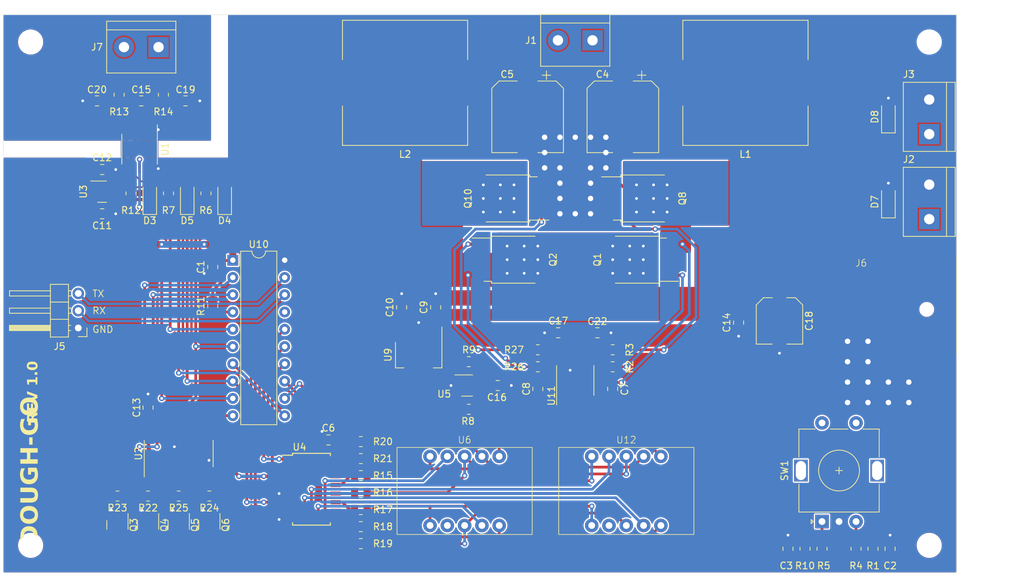
<source format=kicad_pcb>
(kicad_pcb (version 20240108) (generator "pcbnew") (generator_version "8.0")
  (layers (0 "F.Cu" signal) (31 "B.Cu" signal) (34 "B.Paste" user) (35 "F.Paste" user) (36 "B.SilkS" user "B.Silkscreen") (37 "F.SilkS" user "F.Silkscreen") (38 "B.Mask" user) (39 "F.Mask" user) (44 "Edge.Cuts" user))
  (net 0 "")
  (net 1 "Net-(J1-Pin_2)")
  (net 2 "+12V")
  (net 3 "Net-(J1-Pin_1)")
  (net 4 "+5V")
  (net 5 "Net-(Q3-B)")
  (net 6 "Net-(Q3-C)")
  (net 7 "Net-(Q1-G)")
  (net 8 "Net-(Q2-G)")
  (net 9 "Net-(Q4-B)")
  (net 10 "Net-(Q4-C)")
  (net 11 "Net-(Q5-B)")
  (net 12 "Net-(Q5-C)")
  (net 13 "Net-(Q6-B)")
  (net 14 "Net-(Q6-C)")
  (net 15 "Net-(Q8-G)")
  (net 16 "Net-(Q10-G)")
  (net 17 "Net-(R1-Pad2)")
  (net 18 "Net-(R10-Pad1)")
  (net 21 "Net-(J7-Pin_1)")
  (net 22 "Net-(J7-Pin_2)")
  (net 23 "Net-(U4-Qa)")
  (net 24 "Net-(U4-Qb)")
  (net 25 "Net-(U4-Qc)")
  (net 26 "Net-(U4-Qd)")
  (net 27 "Net-(U4-Qe)")
  (net 28 "Net-(U4-Qf)")
  (net 29 "Net-(U4-Qg)")
  (net 30 "+3.3V")
  (net 31 "Net-(Q1-S)")
  (net 32 "Net-(Q10-D)")
  (net 33 "Net-(U10-RA3{slash}~{MCLR}{slash}VPP)")
  (net 35 "Net-(U1-T-)")
  (net 36 "Net-(U1-T+)")
  (net 37 "Net-(D3-A)")
  (net 38 "Net-(D4-A)")
  (net 39 "Net-(D5-A)")
  (net 40 "Net-(U2-QB)")
  (net 41 "Net-(U2-QA)")
  (net 42 "Net-(U2-QD)")
  (net 43 "Net-(U2-QC)")
  (net 49 "/ENC_B")
  (net 50 "/ENC_A")
  (net 51 "/CS_TC")
  (net 52 "/SCK")
  (net 53 "/DRDY")
  (net 54 "/DEC_B")
  (net 55 "/DEC_C")
  (net 56 "/DEC_D")
  (net 57 "/DEC_A")
  (net 58 "/CS_SR")
  (net 59 "/DIR_SEL")
  (net 60 "/PWM")
  (net 61 "GNDA")
  (net 63 "Net-(U11-BPWM)")
  (net 64 "Net-(U11-APWM)")
  (net 65 "Net-(U11-AHB)")
  (net 66 "Net-(U11-BHB)")
  (net 67 "Net-(U11-AHO)")
  (net 68 "Net-(U11-ALO)")
  (net 69 "Net-(U11-BHO)")
  (net 70 "Net-(U11-BLO)")
  (net 73 "Net-(U12-A)")
  (net 74 "Net-(U12-B)")
  (net 75 "Net-(U12-C)")
  (net 76 "Net-(U12-D)")
  (net 77 "Net-(U12-E)")
  (net 78 "Net-(U12-F)")
  (net 79 "Net-(U12-G)")
  (net 80 "/TX")
  (net 81 "/RX")
  (net 82 "/MOSI")
  (net 83 "/MISO")
  (footprint "TerminalBlock:TerminalBlock_bornier-2_P5.08mm" (layer "F.Cu") (at 183 32.54 90)
    (property "Reference" "J3")
    (property "Value" "FAN2")
  )
  (footprint "Capacitor_SMD:C_0805_2012Metric" (layer "F.Cu") (at 77.75 52.075 -90)
    (property "Reference" "C1")
    (property "Value" "100n")
  )
  (footprint "Capacitor_SMD:C_0805_2012Metric" (layer "F.Cu") (at 94.75 77.5 180)
    (property "Reference" "C6")
    (property "Value" "100n")
  )
  (footprint "Rotary_Encoder:RotaryEncoder_Alps_EC11E-Switch_Vertical_H20mm" (layer "F.Cu") (at 167.25 89.5 90)
    (property "Reference" "SW1")
    (property "Value" "Rotary_Encoder")
  )
  (footprint "Inductor_SMD:L_Wuerth_HCI-1890" (layer "F.Cu") (at 156 25 180)
    (property "Reference" "L1")
    (property "Value" "10u")
  )
  (footprint "Inductor_SMD:L_Wuerth_HCI-1890" (layer "F.Cu") (at 106 25 180)
    (property "Reference" "L2")
    (property "Value" "10u")
  )
  (footprint "TerminalBlock:TerminalBlock_bornier-2_P5.08mm" (layer "F.Cu") (at 133.54 18.75 180)
    (property "Reference" "J1")
    (property "Value" "TEC")
  )
  (footprint "TerminalBlock:TerminalBlock_bornier-2_P5.08mm" (layer "F.Cu") (at 183 45.04 90)
    (property "Reference" "J2")
    (property "Value" "FAN1")
  )
  (footprint "Capacitor_SMD:CP_Elec_10x10" (layer "F.Cu") (at 138 30 -90)
    (property "Reference" "C4")
    (property "Value" "470u")
  )
  (footprint "Capacitor_SMD:CP_Elec_10x10" (layer "F.Cu") (at 124 30 -90)
    (property "Reference" "C5")
    (property "Value" "470u")
  )
  (footprint "Capacitor_SMD:C_0805_2012Metric" (layer "F.Cu") (at 110.5 58 90)
    (property "Reference" "C9")
    (property "Value" "330n")
  )
  (footprint "Capacitor_SMD:C_0805_2012Metric" (layer "F.Cu") (at 105.5 58 90)
    (property "Reference" "C10")
    (property "Value" "100n")
  )
  (footprint "Resistor_SMD:R_0805_2012Metric" (layer "F.Cu") (at 77.75 57.825 90)
    (property "Reference" "R11")
    (property "Value" "10k")
  )
  (footprint "TerminalBlock:TerminalBlock_bornier-2_P5.08mm" (layer "F.Cu") (at 69.79 19.75 180)
    (property "Reference" "J7")
    (property "Value" "TC")
  )
  (footprint "Resistor_SMD:R_0805_2012Metric" (layer "F.Cu") (at 99.5 82.75)
    (property "Reference" "R15")
    (property "Value" "R_US")
  )
  (footprint "Resistor_SMD:R_0805_2012Metric" (layer "F.Cu") (at 99.5 85.25)
    (property "Reference" "R16")
    (property "Value" "R_US")
  )
  (footprint "Resistor_SMD:R_0805_2012Metric" (layer "F.Cu") (at 99.5 87.75)
    (property "Reference" "R17")
    (property "Value" "R_US")
  )
  (footprint "Resistor_SMD:R_0805_2012Metric" (layer "F.Cu") (at 99.5 90.25)
    (property "Reference" "R18")
    (property "Value" "R_US")
  )
  (footprint "Resistor_SMD:R_0805_2012Metric" (layer "F.Cu") (at 99.5 92.75)
    (property "Reference" "R19")
    (property "Value" "R_US")
  )
  (footprint "Resistor_SMD:R_0805_2012Metric" (layer "F.Cu") (at 99.5 77.75)
    (property "Reference" "R20")
    (property "Value" "R_US")
  )
  (footprint "Resistor_SMD:R_0805_2012Metric" (layer "F.Cu") (at 99.5 80.25)
    (property "Reference" "R21")
    (property "Value" "R_US")
  )
  (footprint "Resistor_SMD:R_0805_2012Metric" (layer "F.Cu") (at 68.25 85.75)
    (property "Reference" "R22")
    (property "Value" "10k")
  )
  (footprint "Resistor_SMD:R_0805_2012Metric" (layer "F.Cu") (at 63.75 85.75)
    (property "Reference" "R23")
    (property "Value" "10k")
  )
  (footprint "Resistor_SMD:R_0805_2012Metric" (layer "F.Cu") (at 77.25 85.75)
    (property "Reference" "R24")
    (property "Value" "10k")
  )
  (footprint "Resistor_SMD:R_0805_2012Metric" (layer "F.Cu") (at 72.75 85.75)
    (property "Reference" "R25")
    (property "Value" "10k")
  )
  (footprint "Diode_SMD:D_SOD-123" (layer "F.Cu") (at 177 42.5 90)
    (property "Reference" "D7")
    (property "Value" "D")
  )
  (footprint "Diode_SMD:D_SOD-123" (layer "F.Cu") (at 177 30 90)
    (property "Reference" "D8")
    (property "Value" "D")
  )
  (footprint "Capacitor_SMD:C_0805_2012Metric" (layer "F.Cu") (at 177.25 93.5 -90)
    (property "Reference" "C2")
    (property "Value" "10n")
  )
  (footprint "Capacitor_SMD:C_0805_2012Metric" (layer "F.Cu") (at 162.25 93.5 -90)
    (property "Reference" "C3")
    (property "Value" "10n")
  )
  (footprint "Resistor_SMD:R_0805_2012Metric" (layer "F.Cu") (at 174.75 93.5 90)
    (property "Reference" "R1")
    (property "Value" "10k")
  )
  (footprint "Resistor_SMD:R_0805_2012Metric" (layer "F.Cu") (at 172.25 93.5 -90)
    (property "Reference" "R4")
    (property "Value" "10k")
  )
  (footprint "Resistor_SMD:R_0805_2012Metric" (layer "F.Cu") (at 167.25 93.5 -90)
    (property "Reference" "R5")
    (property "Value" "10k")
  )
  (footprint "Resistor_SMD:R_0805_2012Metric" (layer "F.Cu") (at 164.75 93.5 -90)
    (property "Reference" "R10")
    (property "Value" "10k")
  )
  (footprint "Resistor_SMD:R_0805_2012Metric" (layer "F.Cu") (at 70.5 26.75 -90)
    (property "Reference" "R14")
    (property "Value" "100R")
  )
  (footprint "Capacitor_SMD:C_0805_2012Metric" (layer "F.Cu") (at 119.6125 69.5)
    (property "Reference" "C16")
    (property "Value" "100n")
  )
  (footprint "1_CUSTOM:LTD-4708JR" (layer "F.Cu") (at 138.5 85)
    (property "Reference" "U12")
    (property "Value" "LTD-4708JR")
  )
  (footprint "Package_DIP:DIP-20_W7.62mm" (layer "F.Cu") (at 80.7 51.075)
    (property "Reference" "U10")
    (property "Value" "PIC16F18344-P")
  )
  (footprint "Capacitor_SMD:C_0805_2012Metric" (layer "F.Cu") (at 134.25 61.75)
    (property "Reference" "C22")
    (property "Value" "1u")
  )
  (footprint "Capacitor_SMD:C_0805_2012Metric" (layer "F.Cu") (at 68.25 72.75 90)
    (property "Reference" "C13")
    (property "Value" "100n")
  )
  (footprint "Package_TO_SOT_SMD:SOT-23" (layer "F.Cu") (at 61.5 41)
    (property "Reference" "U3")
    (property "Value" "TLV76033")
  )
  (footprint "Package_TO_SOT_SMD:SOT-23" (layer "F.Cu") (at 77.25 90 -90)
    (property "Reference" "Q6")
    (property "Value" "BC846")
  )
  (footprint "Capacitor_SMD:C_0805_2012Metric" (layer "F.Cu") (at 60.75 27.65)
    (property "Reference" "C20")
    (property "Value" "10n")
  )
  (footprint "Package_SO:TSSOP-14_4.4x5mm_P0.65mm" (layer "F.Cu") (at 67 34.75 -90)
    (property "Reference" "U1")
    (property "Value" "MAX31856")
  )
  (footprint "MountingHole:MountingHole_3.2mm_M3" (layer "F.Cu") (at 51 93)
    (property "Reference" "H3" (hide yes))
    (property "Value" "MountingHole" (hide yes))
  )
  (footprint "Package_TO_SOT_SMD:TO-252-2" (layer "F.Cu") (at 141 42)
    (property "Reference" "Q8")
    (property "Value" "Q_NMOS_GDS")
  )
  (footprint "Resistor_SMD:R_0805_2012Metric" (layer "F.Cu") (at 125.5 66.75)
    (property "Reference" "R26")
    (property "Value" "10R")
  )
  (footprint "Package_TO_SOT_SMD:SOT-23" (layer "F.Cu") (at 68.25 90 -90)
    (property "Reference" "Q4")
    (property "Value" "BC846")
  )
  (footprint "Connector_PinHeader_2.54mm:PinHeader_1x03_P2.54mm_Horizontal" (layer "F.Cu") (at 58 61.04 180)
    (property "Reference" "J5")
    (property "Value" "UART")
  )
  (footprint "Package_TO_SOT_SMD:SOT-23-6" (layer "F.Cu") (at 115.1125 69.5)
    (property "Reference" "U5")
    (property "Value" "74LVC1G18")
  )
  (footprint "Diode_SMD:D_SOD-123" (layer "F.Cu") (at 79.5 42 90)
    (property "Reference" "D4")
    (property "Value" "D")
  )
  (footprint "Resistor_SMD:R_0805_2012Metric" (layer "F.Cu") (at 115.3625 73 180)
    (property "Reference" "R8")
    (property "Value" "10k")
  )
  (footprint "Resistor_SMD:R_0805_2012Metric" (layer "F.Cu") (at 64 26.75 -90)
    (property "Reference" "R13")
    (property "Value" "100R")
  )
  (footprint "Package_TO_SOT_SMD:TO-252-2" (layer "F.Cu") (at 121 42 180)
    (property "Reference" "Q10")
    (property "Value" "Q_NMOS_GDS")
  )
  (footprint "Package_TO_SOT_SMD:SOT-23" (layer "F.Cu") (at 72.75 90 -90)
    (property "Reference" "Q5")
    (property "Value" "BC846")
  )
  (footprint "Package_TO_SOT_SMD:TO-252-2" (layer "F.Cu") (at 140 51 180)
    (property "Reference" "Q1")
    (property "Value" "Q_NMOS_GDS")
  )
  (footprint "Capacitor_SMD:C_0805_2012Metric" (layer "F.Cu") (at 128.5 61.75 180)
    (property "Reference" "C17")
    (property "Value" "1u")
  )
  (footprint "Capacitor_SMD:C_Elec_6.3x5.4" (layer "F.Cu") (at 161 60 -90)
    (property "Reference" "C18")
    (property "Value" "100u")
  )
  (footprint "Resistor_SMD:R_0805_2012Metric" (layer "F.Cu") (at 65.75 41.25 90)
    (property "Reference" "R12")
    (property "Value" "10k")
  )
  (footprint "Diode_SMD:D_SOD-123" (layer "F.Cu") (at 74 42 90)
    (property "Reference" "D5")
    (property "Value" "D")
  )
  (footprint "1_CUSTOM:LTD-4708JR" (layer "F.Cu") (at 114.75 85)
    (property "Reference" "U6")
    (property "Value" "LTD-4708JR")
  )
  (footprint "Capacitor_SMD:C_0805_2012Metric" (layer "F.Cu") (at 125.5 70 90)
    (property "Reference" "C8")
    (property "Value" "1u")
  )
  (footprint "Resistor_SMD:R_0805_2012Metric" (layer "F.Cu") (at 115.3625 66)
    (property "Reference" "R9")
    (property "Value" "10k")
  )
  (footprint "Resistor_SMD:R_0805_2012Metric" (layer "F.Cu") (at 71.25 41.25 90)
    (property "Reference" "R7")
    (property "Value" "10k")
  )
  (footprint "Resistor_SMD:R_0805_2012Metric" (layer "F.Cu") (at 136.5 66.75)
    (property "Reference" "R2")
    (property "Value" "10R")
  )
  (footprint "Package_TO_SOT_SMD:SOT-223" (layer "F.Cu") (at 108 65 -90)
    (property "Reference" "U9")
    (property "Value" "uA7805")
  )
  (footprint "MountingHole:MountingHole_3.2mm_M3" (layer "F.Cu") (at 183 93)
    (property "Reference" "H4" (hide yes))
    (property "Value" "MountingHole" (hide yes))
  )
  (footprint "Package_TO_SOT_SMD:TO-252-2" (layer "F.Cu") (at 122 51)
    (property "Reference" "Q2")
    (property "Value" "Q_NMOS_GDS")
  )
  (footprint "Resistor_SMD:R_0805_2012Metric" (layer "F.Cu") (at 76.75 41.25 90)
    (property "Reference" "R6")
    (property "Value" "10k")
  )
  (footprint "Capacitor_SMD:C_0805_2012Metric" (layer "F.Cu") (at 61.5 37.75)
    (property "Reference" "C12")
    (property "Value" "100n")
  )
  (footprint "Capacitor_SMD:C_0805_2012Metric" (layer "F.Cu") (at 61.5 44.25)
    (property "Reference" "C11")
    (property "Value" "100n")
  )
  (footprint "Resistor_SMD:R_0805_2012Metric" (layer "F.Cu") (at 125.5 64.25)
    (property "Reference" "R27")
    (property "Value" "2R")
  )
  (footprint "Capacitor_SMD:C_0805_2012Metric" (layer "F.Cu") (at 136.5 70 -90)
    (property "Reference" "C7")
    (property "Value" "1u")
  )
  (footprint "Capacitor_SMD:C_0805_2012Metric" (layer "F.Cu") (at 155 60.25 -90)
    (property "Reference" "C14")
    (property "Value" "4.7u")
  )
  (footprint "Resistor_SMD:R_0805_2012Metric" (layer "F.Cu") (at 136.5 64.25)
    (property "Reference" "R3")
    (property "Value" "2R")
  )
  (footprint "Capacitor_SMD:C_0805_2012Metric" (layer "F.Cu") (at 73.75 27.65 180)
    (property "Reference" "C19")
    (property "Value" "10n")
  )
  (footprint "Capacitor_SMD:C_0805_2012Metric" (layer "F.Cu") (at 67.25 27.65 180)
    (property "Reference" "C15")
    (property "Value" "100n")
  )
  (footprint "MountingHole:MountingHole_3.2mm_M3" (layer "F.Cu") (at 51 19)
    (property "Reference" "H1" (hide yes))
    (property "Value" "MountingHole" (hide yes))
  )
  (footprint "1_CUSTOM:RASM10PS" (layer "F.Cu") (at 169.727 57.5461 180)
    (property "Reference" "J6")
    (property "Value" "Barrel_Jack_Switch")
  )
  (footprint "Package_SO:SOIC-16W_5.3x10.2mm_P1.27mm" (layer "F.Cu") (at 92.25 84.75)
    (property "Reference" "U4")
    (property "Value" "4511")
  )
  (footprint "Package_SO:TSSOP-16_4.4x5mm_P0.65mm" (layer "F.Cu") (at 131 68.75 90)
    (property "Reference" "U11")
    (property "Value" "MIC4606-2")
  )
  (footprint "Package_SO:SOIC-16_3.9x9.9mm_P1.27mm" (layer "F.Cu") (at 72.75 79.5 90)
    (property "Reference" "U2")
    (property "Value" "74AHC595")
  )
  (footprint "Diode_SMD:D_SOD-123" (layer "F.Cu") (at 68.5 42 90)
    (property "Reference" "D3")
    (property "Value" "D")
  )
  (footprint "Package_TO_SOT_SMD:SOT-23" (layer "F.Cu") (at 63.75 90 -90)
    (property "Reference" "Q3")
    (property "Value" "BC846")
  )
  (footprint "MountingHole:MountingHole_3.2mm_M3" (layer "F.Cu") (at 183 19)
    (property "Reference" "H2" (hide yes))
    (property "Value" "MountingHole" (hide yes))
  )
  (gr_line (start 47 97) (end 47 15) (stroke (width 0.05)) (layer "Edge.Cuts"))
  (gr_line (start 187 97) (end 47 97) (stroke (width 0.05)) (layer "Edge.Cuts"))
  (gr_line (start 187 15) (end 187 97) (stroke (width 0.05)) (layer "Edge.Cuts"))
  (gr_line (start 47 15) (end 187 15) (stroke (width 0.05)) (layer "Edge.Cuts"))
  (gr_text "DOUGH-GO" (at 51 82 90) (layer "F.SilkS") (effects (font (size 2.5 2.5) (thickness 0.5) (bold yes))))
  (gr_text "GND" (at 60 61.25 0) (layer "F.SilkS") (effects (font (size 1 1) (thickness 0.125)) (justify left)))
  (gr_text "RX" (at 60 58.5 0) (layer "F.SilkS") (effects (font (size 1 1) (thickness 0.125)) (justify left)))
  (gr_text "TX" (at 60 56 0) (layer "F.SilkS") (effects (font (size 1 1) (thickness 0.125)) (justify left)))
  (gr_text "REV 1.0" (at 52.25 75 90) (layer "F.SilkS") (effects (font (size 1.5 1.5) (thickness 0.3) (bold yes)) (justify left bottom)))
  (segment (start 131.325 65.8875) (end 131.325 67.925) (width 0.5) (layer "F.Cu") (net 2))
  (segment (start 129.375 69.875) (end 129.375 71.6125) (width 0.5) (layer "F.Cu") (net 2))
  (segment (start 131.325 67.925) (end 129.375 69.875) (width 0.5) (layer "F.Cu") (net 2))
  (via (at 139 53) (size 0.8) (drill 0.4) (layers "F.Cu" "B.Cu") (net 2))
  (via (at 125.5 53) (size 0.8) (drill 0.4) (layers "F.Cu" "B.Cu") (net 2))
  (via (at 136.5 53) (size 0.8) (drill 0.4) (layers "F.Cu" "B.Cu") (net 2))
  (via (at 141 49) (size 0.8) (drill 0.4) (layers "F.Cu" "B.Cu") (net 2))
  (via (at 125.5 49) (size 0.8) (drill 0.4) (layers "F.Cu" "B.Cu") (net 2))
  (via (at 139 51) (size 0.8) (drill 0.4) (layers "F.Cu" "B.Cu") (net 2))
  (via (at 136.5 49) (size 0.8) (drill 0.4) (layers "F.Cu" "B.Cu") (net 2))
  (via (at 141 51) (size 0.8) (drill 0.4) (layers "F.Cu" "B.Cu") (net 2))
  (via (at 136.5 51) (size 0.8) (drill 0.4) (layers "F.Cu" "B.Cu") (net 2))
  (via (at 121 53) (size 0.8) (drill 0.4) (layers "F.Cu" "B.Cu") (net 2))
  (via (at 141 53) (size 0.8) (drill 0.4) (layers "F.Cu" "B.Cu") (net 2))
  (via (at 121 49) (size 0.8) (drill 0.4) (layers "F.Cu" "B.Cu") (net 2))
  (via (at 123.5 51) (size 0.8) (drill 0.4) (layers "F.Cu" "B.Cu") (net 2))
  (via (at 121 51) (size 0.8) (drill 0.4) (layers "F.Cu" "B.Cu") (net 2))
  (via (at 139 49) (size 0.8) (drill 0.4) (layers "F.Cu" "B.Cu") (net 2))
  (via (at 123.5 53) (size 0.8) (drill 0.4) (layers "F.Cu" "B.Cu") (net 2))
  (via (at 125.5 51) (size 0.8) (drill 0.4) (layers "F.Cu" "B.Cu") (net 2))
  (via (at 123.5 49) (size 0.8) (drill 0.4) (layers "F.Cu" "B.Cu") (net 2))
  (segment (start 80.7 48.8) (end 80.7 51.075) (width 1) (layer "F.Cu") (net 4))
  (segment (start 60.55 46.45) (end 60.55 44.25) (width 1) (layer "F.Cu") (net 4))
  (segment (start 115.0375 67.675) (end 115.0375 69.5) (width 0.4) (layer "F.Cu") (net 4))
  (segment (start 114.45 66) (end 114.45 67.0875) (width 0.4) (layer "F.Cu") (net 4))
  (segment (start 68.305 77.025) (end 68.305 78.805) (width 0.5) (layer "F.Cu") (net 4))
  (segment (start 88.7 82.845) (end 85.25 82.845) (width 0.5) (layer "F.Cu") (net 4))
  (segment (start 60.55 44.25) (end 60.55 41.9625) (width 0.5) (layer "F.Cu") (net 4))
  (segment (start 114.4 65.95) (end 114.45 66) (width 1) (layer "F.Cu") (net 4))
  (segment (start 114.45 73) (end 99.25 73) (width 1) (layer "F.Cu") (net 4))
  (segment (start 75.925 79.5) (end 75.925 77.025) (width 0.5) (layer "F.Cu") (net 4))
  (segment (start 70.25 48.75) (end 62.85 48.75) (width 1) (layer "F.Cu") (net 4))
  (segment (start 141.5 74.5) (end 115 74.5) (width 0.4) (layer "F.Cu") (net 4))
  (segment (start 77.75 51.125) (end 79.25 51.125) (width 0.4) (layer "F.Cu") (net 4))
  (segment (start 90.155 82.845) (end 92.695 80.305) (width 0.5) (layer "F.Cu") (net 4))
  (segment (start 77.75 56.9125) (end 77.75 55.575) (width 0.4) (layer "F.Cu") (net 4))
  (segment (start 105.7 61.85) (end 94.85 61.85) (width 1) (layer "F.Cu") (net 4))
  (segment (start 167 93.5) (end 160.5 93.5) (width 0.4) (layer "F.Cu") (net 4))
  (segment (start 114.45 67.0875) (end 115.0375 67.675) (width 0.4) (layer "F.Cu") (net 4))
  (segment (start 114.45 71.9125) (end 114.45 73) (width 0.4) (layer "F.Cu") (net 4))
  (segment (start 116.25 69.5) (end 118.6625 69.5) (width 0.4) (layer "F.Cu") (net 4))
  (segment (start 167.25 94.4125) (end 167.25 93.75) (width 0.4) (layer "F.Cu") (net 4))
  (segment (start 167.25 94.4125) (end 172.25 94.4125) (width 0.4) (layer "F.Cu") (net 4))
  (segment (start 108 66) (end 112 66) (width 1) (layer "F.Cu") (net 4))
  (segment (start 94.85 61.85) (end 91.25 58.25) (width 1) (layer "F.Cu") (net 4))
  (segment (start 68.305 78.805) (end 69 79.5) (width 0.5) (layer "F.Cu") (net 4))
  (segment (start 88.7 84.115) (end 88.7 82.845) (width 0.4) (layer "F.Cu") (net 4))
  (segment (start 115.0375 71.325) (end 114.45 71.9125) (width 0.4) (layer "F.Cu") (net 4))
  (segment (start 95.8 76.45) (end 95.8 80.305) (width 1) (layer "F.Cu") (net 4))
  (segment (start 77.75 55.575) (end 79.25 54.075) (width 0.4) (layer "F.Cu") (net 4))
  (segment (start 167.25 93.75) (end 167 93.5) (width 0.4) (layer "F.Cu") (net 4))
  (segment (start 116.25 69.5) (end 115.0375 69.5) (width 0.4) (layer "F.Cu") (net 4))
  (segment (start 88.7 82.845) (end 90.155 82.845) (width 0.5) (layer "F.Cu") (net 4))
  (segment (start 115 74.5) (end 114.45 73.95) (width 0.4) (layer "F.Cu") (net 4))
  (segment (start 114.45 73.95) (end 114.45 73) (width 0.4) (layer "F.Cu") (net 4))
  (segment (start 105.7 61.85) (end 105.7 63.7) (width 1) (layer "F.Cu") (net 4))
  (segment (start 81.595 82.845) (end 78.25 79.5) (width 0.5) (layer "F.Cu") (net 4))
  (segment (start 91.25 51.25) (end 88.75 48.75) (width 1) (layer "F.Cu") (net 4))
  (segment (start 68.305 77.025) (end 68.305 73.755) (width 0.5) (layer "F.Cu") (net 4))
  (segment (start 115.0375 69.5) (end 115.0375 71.325) (width 0.4) (layer "F.Cu") (net 4))
  (segment (start 105.7 63.7) (end 108 66) (width 1) (layer "F.Cu") (net 4))
  (segment (start 76.5 48.75) (end 82.5 48.75) (width 1) (layer "F.Cu") (net 4))
  (segment (start 91.25 58.25) (end 91.25 51.25) (width 1) (layer "F.Cu") (net 4))
  (segment (start 79.25 54.075) (end 79.25 51.125) (width 0.4) (layer "F.Cu") (net 4))
  (segment (start 79.25 51.125) (end 80.65 51.125) (width 0.4) (layer "F.Cu") (net 4))
  (segment (start 80.75 48.75) (end 80.7 48.8) (width 1) (layer "F.Cu") (net 4))
  (segment (start 69 79.5) (end 78.25 79.5) (width 0.5) (layer "F.Cu") (net 4))
  (segment (start 112 66) (end 114.45 66) (width 1) (layer "F.Cu") (net 4))
  (segment (start 99.25 73) (end 95.8 76.45) (width 1) (layer "F.Cu") (net 4))
  (segment (start 92.695 80.305) (end 95.8 80.305) (width 0.5) (layer "F.Cu") (net 4))
  (segment (start 62.85 48.75) (end 60.55 46.45) (width 1) (layer "F.Cu") (net 4))
  (segment (start 160.5 93.5) (end 141.5 74.5) (width 0.4) (layer "F.Cu") (net 4))
  (segment (start 88.75 48.75) (end 82.5 48.75) (width 1) (layer "F.Cu") (net 4))
  (via (at 70.25 48.75) (size 0.8) (drill 0.4) (layers "F.Cu" "B.Cu") (net 4))
  (via (at 85.25 82.845) (size 0.8) (drill 0.4) (layers "F.Cu" "B.Cu") (net 4))
  (via (at 76.5 48.75) (size 0.8) (drill 0.4) (layers "F.Cu" "B.Cu") (net 4))
  (via (at 81.595 82.845) (size 0.8) (drill 0.4) (layers "F.Cu" "B.Cu") (net 4))
  (segment (start 85.25 82.845) (end 81.595 82.845) (width 0.5) (layer "B.Cu") (net 4))
  (segment (start 70.25 48.75) (end 76.5 48.75) (width 1) (layer "B.Cu") (net 4))
  (segment (start 64.7 89.0625) (end 64.7 85.7875) (width 0.25) (layer "F.Cu") (net 5))
  (segment (start 64.5 91) (end 63.75 91) (width 0.4) (layer "F.Cu") (net 6))
  (segment (start 90 93.75) (end 67.25 93.75) (width 0.4) (layer "F.Cu") (net 6))
  (segment (start 67.25 93.75) (end 64.5 91) (width 0.4) (layer "F.Cu") (net 6))
  (segment (start 94.25 89.5) (end 90 93.75) (width 0.4) (layer "F.Cu") (net 6))
  (segment (start 94.25 83.5) (end 94.25 89.5) (width 0.4) (layer "F.Cu") (net 6))
  (via (at 94.25 83.5) (size 0.8) (drill 0.4) (layers "F.Cu" "B.Cu") (net 6))
  (segment (start 112.25 79.88) (end 112.21 79.92) (width 0.4) (layer "B.Cu") (net 6))
  (segment (start 108.63 83.5) (end 112.21 79.92) (width 0.4) (layer "B.Cu") (net 6))
  (segment (start 94.25 83.5) (end 108.63 83.5) (width 0.4) (layer "B.Cu") (net 6))
  (segment (start 137.4125 66.75) (end 138.5 66.75) (width 0.4) (layer "F.Cu") (net 7))
  (segment (start 145.04 53.28) (end 146.75 53.28) (width 0.5) (layer "F.Cu") (net 7))
  (via (at 146.75 53.28) (size 0.8) (drill 0.4) (layers "F.Cu" "B.Cu") (net 7))
  (via (at 138.5 66.75) (size 0.8) (drill 0.4) (layers "F.Cu" "B.Cu") (net 7))
  (segment (start 138.5 66.75) (end 146.75 58.5) (width 0.4) (layer "B.Cu") (net 7))
  (segment (start 146.75 58.5) (end 146.75 53.28) (width 0.4) (layer "B.Cu") (net 7))
  (segment (start 124.5875 66.75) (end 123.5 66.75) (width 0.4) (layer "F.Cu") (net 8))
  (segment (start 116.96 48.72) (end 115.25 48.72) (width 0.5) (layer "F.Cu") (net 8))
  (via (at 123.5 66.75) (size 0.8) (drill 0.4) (layers "F.Cu" "B.Cu") (net 8))
  (via (at 115.25 48.72) (size 0.8) (drill 0.4) (layers "F.Cu" "B.Cu") (net 8))
  (segment (start 120.5 66.75) (end 114.25 60.5) (width 0.4) (layer "B.Cu") (net 8))
  (segment (start 114.25 49.72) (end 115.25 48.72) (width 0.4) (layer "B.Cu") (net 8))
  (segment (start 114.25 60.5) (end 114.25 49.72) (width 0.4) (layer "B.Cu") (net 8))
  (segment (start 123.5 66.75) (end 120.5 66.75) (width 0.4) (layer "B.Cu") (net 8))
  (segment (start 69.2 89.0625) (end 69.2 85.7875) (width 0.25) (layer "F.Cu") (net 9))
  (segment (start 93.25 89.25) (end 89.5 93) (width 0.4) (layer "F.Cu") (net 10))
  (segment (start 71 93) (end 69 91) (width 0.4) (layer "F.Cu") (net 10))
  (segment (start 89.5 93) (end 71 93) (width 0.4) (layer "F.Cu") (net 10))
  (segment (start 93.25 87.25) (end 93.25 89.25) (width 0.4) (layer "F.Cu") (net 10))
  (segment (start 69 91) (end 68.25 91) (width 0.4) (layer "F.Cu") (net 10))
  (via (at 93.25 87.25) (size 0.8) (drill 0.4) (layers "F.Cu" "B.Cu") (net 10))
  (segment (start 114.46 87.25) (end 117.29 90.08) (width 0.4) (layer "B.Cu") (net 10))
  (segment (start 93.25 87.25) (end 114.46 87.25) (width 0.4) (layer "B.Cu") (net 10))
  (segment (start 73.7 89.0625) (end 73.7 85.7875) (width 0.25) (layer "F.Cu") (net 11))
  (segment (start 74.75 92.25) (end 89 92.25) (width 0.4) (layer "F.Cu") (net 12))
  (segment (start 89 92.25) (end 92.25 89) (width 0.4) (layer "F.Cu") (net 12))
  (segment (start 73.5 91) (end 74.75 92.25) (width 0.4) (layer "F.Cu") (net 12))
  (segment (start 92.25 89) (end 92.25 84.75) (width 0.4) (layer "F.Cu") (net 12))
  (segment (start 72.75 91) (end 73.5 91) (width 0.4) (layer "F.Cu") (net 12))
  (via (at 92.25 84.75) (size 0.8) (drill 0.4) (layers "F.Cu" "B.Cu") (net 12))
  (segment (start 133.5 84.75) (end 135.96 82.29) (width 0.4) (layer "B.Cu") (net 12))
  (segment (start 92.25 84.75) (end 133.5 84.75) (width 0.4) (layer "B.Cu") (net 12))
  (segment (start 135.96 82.29) (end 135.96 79.92) (width 0.4) (layer "B.Cu") (net 12))
  (segment (start 78.2 89.0625) (end 78.2 85.7875) (width 0.25) (layer "F.Cu") (net 13))
  (segment (start 78.5 91.5) (end 78 91) (width 0.4) (layer "F.Cu") (net 14))
  (segment (start 78 91) (end 77.25 91) (width 0.4) (layer "F.Cu") (net 14))
  (segment (start 88.625 91.5) (end 78.5 91.5) (width 0.4) (layer "F.Cu") (net 14))
  (segment (start 91.25 88.875) (end 88.625 91.5) (width 0.4) (layer "F.Cu") (net 14))
  (segment (start 91.25 86) (end 91.25 88.875) (width 0.4) (layer "F.Cu") (net 14))
  (via (at 91.25 86) (size 0.8) (drill 0.4) (layers "F.Cu" "B.Cu") (net 14))
  (segment (start 136.96 86) (end 141.04 90.08) (width 0.4) (layer "B.Cu") (net 14))
  (segment (start 91.25 86) (end 136.96 86) (width 0.4) (layer "B.Cu") (net 14))
  (segment (start 140 46.5) (end 142.75 46.5) (width 0.4) (layer "F.Cu") (net 15))
  (segment (start 135.96 39.72) (end 137.47 39.72) (width 0.4) (layer "F.Cu") (net 15))
  (segment (start 137.47 39.72) (end 138.25 40.5) (width 0.4) (layer "F.Cu") (net 15))
  (segment (start 144 64.25) (end 137.4125 64.25) (width 0.4) (layer "F.Cu") (net 15))
  (segment (start 138.25 40.5) (end 138.25 44.75) (width 0.4) (layer "F.Cu") (net 15))
  (segment (start 138.25 44.75) (end 140 46.5) (width 0.4) (layer "F.Cu") (net 15))
  (via (at 142.75 46.5) (size 0.8) (drill 0.4) (layers "F.Cu" "B.Cu") (net 15))
  (via (at 144 64.25) (size 0.8) (drill 0.4) (layers "F.Cu" "B.Cu") (net 15))
  (segment (start 148.75 59.5) (end 148.75 49.25) (width 0.4) (layer "B.Cu") (net 15))
  (segment (start 148.75 49.25) (end 146 46.5) (width 0.4) (layer "B.Cu") (net 15))
  (segment (start 146 46.5) (end 142.75 46.5) (width 0.4) (layer "B.Cu") (net 15))
  (segment (start 144 64.25) (end 148.75 59.5) (width 0.4) (layer "B.Cu") (net 15))
  (segment (start 116.75 64.25) (end 124.5875 64.25) (width 0.4) (layer "F.Cu") (net 16))
  (segment (start 126.04 44.28) (end 126.04 45.5) (width 0.4) (layer "F.Cu") (net 16))
  (via (at 126.04 45.5) (size 0.8) (drill 0.4) (layers "F.Cu" "B.Cu") (net 16))
  (via (at 116.75 64.25) (size 0.8) (drill 0.4) (layers "F.Cu" "B.Cu") (net 16))
  (segment (start 113.25 49.588629) (end 116.338629 46.5) (width 0.4) (layer "B.Cu") (net 16))
  (segment (start 113.25 60.75) (end 113.25 49.588629) (width 0.4) (layer "B.Cu") (net 16))
  (segment (start 116.338629 46.5) (end 125.04 46.5) (width 0.4) (layer "B.Cu") (net 16))
  (segment (start 116.75 64.25) (end 113.25 60.75) (width 0.4) (layer "B.Cu") (net 16))
  (segment (start 125.04 46.5) (end 126.04 45.5) (width 0.4) (layer "B.Cu") (net 16))
  (segment (start 172.25 89.503) (end 172.24 89.493) (width 0.4) (layer "F.Cu") (net 17))
  (segment (start 174.75 92.5875) (end 172.25 92.5875) (width 0.4) (layer "F.Cu") (net 17))
  (segment (start 172.25 92.5875) (end 172.25 89.503) (width 0.4) (layer "F.Cu") (net 17))
  (segment (start 167.25 92.5875) (end 164.75 92.5875) (width 0.4) (layer "F.Cu") (net 18))
  (segment (start 167.25 92.5875) (end 167.25 89.503) (width 0.4) (layer "F.Cu") (net 18))
  (segment (start 167.25 89.503) (end 167.24 89.493) (width 0.4) (layer "F.Cu") (net 18))
  (segment (start 68.3 31.8875) (end 68.3 31.125) (width 0.25) (layer "F.Cu") (net 21))
  (segment (start 70.425 29) (end 73.244087 29) (width 0.25) (layer "F.Cu") (net 21))
  (segment (start 68.3 31.125) (end 70.425 29) (width 0.25) (layer "F.Cu") (net 21))
  (segment (start 73.75 28.494087) (end 73.75 26.75) (width 0.25) (layer "F.Cu") (net 21))
  (segment (start 72.8375 25.8375) (end 70.5 25.8375) (width 0.25) (layer "F.Cu") (net 21))
  (segment (start 73.75 26.75) (end 72.8375 25.8375) (width 0.25) (layer "F.Cu") (net 21))
  (segment (start 73.244087 29) (end 73.75 28.494087) (width 0.25) (layer "F.Cu") (net 21))
  (segment (start 96.635 84.115) (end 95.8 84.115) (width 0.4) (layer "F.Cu") (net 23))
  (segment (start 98.5875 82.75) (end 98 82.75) (width 0.4) (layer "F.Cu") (net 23))
  (segment (start 98 82.75) (end 96.635 84.115) (width 0.4) (layer "F.Cu") (net 23))
  (segment (start 98.4525 85.385) (end 95.8 85.385) (width 0.4) (layer "F.Cu") (net 24))
  (segment (start 97.875 87.75) (end 96.78 86.655) (width 0.4) (layer "F.Cu") (net 25))
  (segment (start 96.78 86.655) (end 95.8 86.655) (width 0.4) (layer "F.Cu") (net 25))
  (segment (start 98.5875 87.75) (end 97.875 87.75) (width 0.4) (layer "F.Cu") (net 25))
  (segment (start 97.75 90.25) (end 97.25 89.75) (width 0.4) (layer "F.Cu") (net 26))
  (segment (start 97.25 89.75) (end 97.25 88.25) (width 0.4) (layer "F.Cu") (net 26))
  (segment (start 97.25 88.25) (end 96.925 87.925) (width 0.4) (layer "F.Cu") (net 26))
  (segment (start 98.5875 90.25) (end 97.75 90.25) (width 0.4) (layer "F.Cu") (net 26))
  (segment (start 96.925 87.925) (end 95.8 87.925) (width 0.4) (layer "F.Cu") (net 26))
  (segment (start 95.8 90.8) (end 97.75 92.75) (width 0.4) (layer "F.Cu") (net 27))
  (segment (start 98.5875 92.75) (end 97.75 92.75) (width 0.4) (layer "F.Cu") (net 27))
  (segment (start 95.8 89.195) (end 95.8 90.8) (width 0.4) (layer "F.Cu") (net 27))
  (segment (start 97.15 81.225) (end 96.8 81.575) (width 0.4) (layer "F.Cu") (net 28))
  (segment (start 97.75 77.75) (end 97.15 78.35) (width 0.4) (layer "F.Cu") (net 28))
  (segment (start 98.5875 77.75) (end 97.75 77.75) (width 0.4) (layer "F.Cu") (net 28))
  (segment (start 96.8 81.575) (end 95.8 81.575) (width 0.4) (layer "F.Cu") (net 28))
  (segment (start 97.15 78.35) (end 97.15 81.225) (width 0.4) (layer "F.Cu") (net 28))
  (segment (start 98.5875 80.25) (end 98 80.25) (width 0.4) (layer "F.Cu") (net 29))
  (segment (start 96.829264 82.845) (end 95.8 82.845) (width 0.4) (layer "F.Cu") (net 29))
  (segment (start 97.75 81.924264) (end 96.829264 82.845) (width 0.4) (layer "F.Cu") (net 29))
  (segment (start 98 80.25) (end 97.75 80.5) (width 0.4) (layer "F.Cu") (net 29))
  (segment (start 97.75 80.5) (end 97.75 81.924264) (width 0.4) (layer "F.Cu") (net 29))
  (segment (start 65.05 36.747182) (end 65.05 37.6125) (width 0.5) (layer "F.Cu") (net 30))
  (segment (start 64.25 41.75) (end 64.25 40) (width 0.5) (layer "F.Cu") (net 30))
  (segment (start 64.25 40) (end 64.2 40.05) (width 0.5) (layer "F.Cu") (net 30))
  (segment (start 65.75 42.1625) (end 64.6625 42.1625) (width 0.5) (layer "F.Cu") (net 30))
  (segment (start 71.25 42.1625) (end 65.75 42.1625) (width 0.5) (layer "F.Cu") (net 30))
  (segment (start 65.05 37.6125) (end 65.05 39.2) (width 0.5) (layer "F.Cu") (net 30))
  (segment (start 64.2 40.05) (end 60.5625 40.05) (width 0.5) (layer "F.Cu") (net 30))
  (segment (start 60.55 37.75) (end 60.55 40.0375) (width 0.5) (layer "F.Cu") (net 30))
  (segment (start 66.35 35.447182) (end 65.05 36.747182) (width 0.5) (layer "F.Cu") (net 30))
  (segment (start 65.05 39.2) (end 64.25 40) (width 0.5) (layer "F.Cu") (net 30))
  (segment (start 71.25 42.1625) (end 76.75 42.1625) (width 0.5) (layer "F.Cu") (net 30))
  (segment (start 64.6625 42.1625) (end 64.25 41.75) (width 0.5) (layer "F.Cu") (net 30))
  (segment (start 66.35 31.8875) (end 66.35 35.447182) (width 0.5) (layer "F.Cu") (net 30))
  (segment (start 132.625 65.8875) (end 132.625 66.875) (width 0.4) (layer "F.Cu") (net 31))
  (segment (start 134.8 69.05) (end 136.5 69.05) (width 0.4) (layer "F.Cu") (net 31))
  (segment (start 132.625 66.875) (end 134.8 69.05) (width 0.4) (layer "F.Cu") (net 31))
  (segment (start 136.5 69.05) (end 137.75 69.05) (width 0.4) (layer "F.Cu") (net 31))
  (via (at 146.75 48.72) (size 0.8) (drill 0.4) (layers "F.Cu" "B.Cu") (net 31))
  (via (at 140 40) (size 0.8) (drill 0.4) (layers "F.Cu" "B.Cu") (net 31))
  (via (at 142.5 42) (size 0.8) (drill 0.4) (layers "F.Cu" "B.Cu") (net 31))
  (via (at 144.5 44) (size 0.8) (drill 0.4) (layers "F.Cu" "B.Cu") (net 31))
  (via (at 140 44) (size 0.8) (drill 0.4) (layers "F.Cu" "B.Cu") (net 31))
  (via (at 137.75 69.05) (size 0.8) (drill 0.4) (layers "F.Cu" "B.Cu") (net 31))
  (via (at 142.5 40) (size 0.8) (drill 0.4) (layers "F.Cu" "B.Cu") (net 31))
  (via (at 144.5 42) (size 0.8) (drill 0.4) (layers "F.Cu" "B.Cu") (net 31))
  (via (at 144.5 40) (size 0.8) (drill 0.4) (layers "F.Cu" "B.Cu") (net 31))
  (via (at 140 42) (size 0.8) (drill 0.4) (layers "F.Cu" "B.Cu") (net 31))
  (via (at 142.5 44) (size 0.8) (drill 0.4) (layers "F.Cu" "B.Cu") (net 31))
  (segment (start 147.75 59.05) (end 147.75 49.72) (width 0.4) (layer "B.Cu") (net 31))
  (segment (start 147.75 49.72) (end 146.75 48.72) (width 0.4) (layer "B.Cu") (net 31))
  (segment (start 137.75 69.05) (end 147.75 59.05) (width 0.4) (layer "B.Cu") (net 31))
  (segment (start 129.375 66.782108) (end 129.375 65.8875) (width 0.4) (layer "F.Cu") (net 32))
  (segment (start 116.96 53.28) (end 115.25 53.28) (width 0.4) (layer "F.Cu") (net 32))
  (segment (start 120.75 65.5) (end 124.3 69.05) (width 0.4) (layer "F.Cu") (net 32))
  (segment (start 127.107108 69.05) (end 129.375 66.782108) (width 0.4) (layer "F.Cu") (net 32))
  (segment (start 124.3 69.05) (end 125.5 69.05) (width 0.4) (layer "F.Cu") (net 32))
  (segment (start 125.5 69.05) (end 127.107108 69.05) (width 0.4) (layer "F.Cu") (net 32))
  (via (at 117.5 40) (size 0.8) (drill 0.4) (layers "F.Cu" "B.Cu") (net 32))
  (via (at 122 44) (size 0.8) (drill 0.4) (layers "F.Cu" "B.Cu") (net 32))
  (via (at 117.5 42) (size 0.8) (drill 0.4) (layers "F.Cu" "B.Cu") (net 32))
  (via (at 122 42) (size 0.8) (drill 0.4) (layers "F.Cu" "B.Cu") (net 32))
  (via (at 120 44) (size 0.8) (drill 0.4) (layers "F.Cu" "B.Cu") (net 32))
  (via (at 115.25 53.28) (size 0.8) (drill 0.4) (layers "F.Cu" "B.Cu") (net 32))
  (via (at 120.75 65.5) (size 0.8) (drill 0.4) (layers "F.Cu" "B.Cu") (net 32))
  (via (at 117.5 44) (size 0.8) (drill 0.4) (layers "F.Cu" "B.Cu") (net 32))
  (via (at 120 42) (size 0.8) (drill 0.4) (layers "F.Cu" "B.Cu") (net 32))
  (via (at 122 40) (size 0.8) (drill 0.4) (layers "F.Cu" "B.Cu") (net 32))
  (via (at 120 40) (size 0.8) (drill 0.4) (layers "F.Cu" "B.Cu") (net 32))
  (segment (start 115.25 60.3125) (end 115.25 53.28) (width 0.4) (layer "B.Cu") (net 32))
  (segment (start 120.75 65.5) (end 120.4375 65.5) (width 0.4) (layer "B.Cu") (net 32))
  (segment (start 120.4375 65.5) (end 115.25 60.3125) (width 0.4) (layer "B.Cu") (net 32))
  (segment (start 80.7 58.695) (end 77.7925 58.695) (width 0.4) (layer "F.Cu") (net 33))
  (segment (start 68.5 40.35) (end 65.7625 40.35) (width 0.25) (layer "F.Cu") (net 37))
  (segment (start 65.7 37.6125) (end 65.7 40.2875) (width 0.25) (layer "F.Cu") (net 37))
  (segment (start 65.7625 40.35) (end 65.75 40.3375) (width 0.25) (layer "F.Cu") (net 37))
  (segment (start 67.65 38.6) (end 67.65 37.6125) (width 0.25) (layer "F.Cu") (net 38))
  (segment (start 79.5 40.35) (end 76.7625 40.35) (width 0.25) (layer "F.Cu") (net 38))
  (segment (start 68.05 39) (end 67.65 38.6) (width 0.25) (layer "F.Cu") (net 38))
  (segment (start 76.75 39.54375) (end 76.20625 39) (width 0.25) (layer "F.Cu") (net 38))
  (segment (start 76.20625 39) (end 68.05 39) (width 0.25) (layer "F.Cu") (net 38))
  (segment (start 76.75 40.3375) (end 76.75 39.54375) (width 0.25) (layer "F.Cu") (net 38))
  (segment (start 76.7625 40.35) (end 76.75 40.3375) (width 0.25) (layer "F.Cu") (net 38))
  (segment (start 71.25 40.3375) (end 71.25 39.75) (width 0.25) (layer "F.Cu") (net 39))
  (segment (start 67.25 39.5) (end 66.35 38.6) (width 0.25) (layer "F.Cu") (net 39))
  (segment (start 71 39.5) (end 67.25 39.5) (width 0.25) (layer "F.Cu") (net 39))
  (segment (start 74 40.35) (end 71.2625 40.35) (width 0.25) (layer "F.Cu") (net 39))
  (segment (start 71.2625 40.35) (end 71.25 40.3375) (width 0.25) (layer "F.Cu") (net 39))
  (segment (start 71.25 39.75) (end 71 39.5) (width 0.25) (layer "F.Cu") (net 39))
  (segment (start 66.35 38.6) (end 66.35 37.6125) (width 0.25) (layer "F.Cu") (net 39))
  (segment (start 68.305 83.555) (end 67.3375 84.5225) (width 0.4) (layer "F.Cu") (net 40))
  (segment (start 68.305 81.975) (end 68.305 83.555) (width 0.4) (layer "F.Cu") (net 40))
  (segment (start 67.3375 84.5225) (end 67.3375 85.75) (width 0.4) (layer "F.Cu") (net 40))
  (segment (start 67 78.5) (end 62.8375 82.6625) (width 0.4) (layer "F.Cu") (net 41))
  (segment (start 69.575 77.025) (end 69.575 78.5) (width 0.4) (layer "F.Cu") (net 41))
  (segment (start 62.8375 82.6625) (end 62.8375 85.75) (width 0.4) (layer "F.Cu") (net 41))
  (via (at 69.575 78.5) (size 0.8) (drill 0.4) (layers "F.Cu" "B.Cu") (net 41))
  (via (at 67 78.5) (size 0.8) (drill 0.4) (layers "F.Cu" "B.Cu") (net 41))
  (segment (start 69.575 78.5) (end 67 78.5) (width 0.4) (layer "B.Cu") (net 41))
  (segment (start 71.5 83.75) (end 75.5 83.75) (width 0.4) (layer "F.Cu") (net 42))
  (segment (start 70.845 81.975) (end 70.845 83.095) (width 0.4) (layer "F.Cu") (net 42))
  (segment (start 76.3375 84.5875) (end 76.3375 85.75) (width 0.4) (layer "F.Cu") (net 42))
  (segment (start 75.5 83.75) (end 76.3375 84.5875) (width 0.4) (layer "F.Cu") (net 42))
  (segment (start 70.845 83.095) (end 71.5 83.75) (width 0.4) (layer "F.Cu") (net 42))
  (segment (start 70.35 84.35) (end 71.35 84.35) (width 0.4) (layer "F.Cu") (net 43))
  (segment (start 71.35 84.35) (end 71.8375 84.8375) (width 0.4) (layer "F.Cu") (net 43))
  (segment (start 69.575 81.975) (end 69.575 83.575) (width 0.4) (layer "F.Cu") (net 43))
  (segment (start 69.575 83.575) (end 70.35 84.35) (width 0.4) (layer "F.Cu") (net 43))
  (segment (start 71.8375 84.8375) (end 71.8375 85.75) (width 0.4) (layer "F.Cu") (net 43))
  (segment (start 60.75 74.75) (end 60.75 92.25) (width 0.4) (layer "F.Cu") (net 49))
  (segment (start 60.75 92.25) (end 63.75 95.25) (width 0.4) (layer "F.Cu") (net 49))
  (segment (start 174.7875 94.45) (end 174.75 94.4125) (width 0.4) (layer "F.Cu") (net 49))
  (segment (start 177.25 94.45) (end 174.7875 94.45) (width 0.4) (layer "F.Cu") (net 49))
  (segment (start 174.33125 95.5) (end 174.75 95.08125) (width 0.4) (layer "F.Cu") (net 49))
  (segment (start 67.75 67.75) (end 60.75 74.75) (width 0.4) (layer "F.Cu") (net 49))
  (segment (start 67.75 54.75) (end 67.75 67.75) (width 0.4) (layer "F.Cu") (net 49))
  (segment (start 174.75 95.08125) (end 174.75 94.4125) (width 0.4) (layer "F.Cu") (net 49))
  (segment (start 161.25 95.5) (end 174.33125 95.5) (width 0.4) (layer "F.Cu") (net 49))
  (segment (start 63.75 95.25) (end 161 95.25) (width 0.4) (layer "F.Cu") (net 49))
  (segment (start 161 95.25) (end 161.25 95.5) (width 0.4) (layer "F.Cu") (net 49))
  (via (at 67.75 54.75) (size 0.8) (drill 0.4) (layers "F.Cu" "B.Cu") (net 49))
  (segment (start 67.75 54.75) (end 79.565 54.75) (width 0.4) (layer "B.Cu") (net 49))
  (segment (start 79.565 54.75) (end 80.7 53.615) (width 0.4) (layer "B.Cu") (net 49))
  (segment (start 69 67.75) (end 61.5 75.25) (width 0.4) (layer "F.Cu") (net 50))
  (segment (start 162.2875 94.4125) (end 162.25 94.45) (width 0.4) (layer "F.Cu") (net 50))
  (segment (start 164.75 94.4125) (end 162.2875 94.4125) (width 0.4) (layer "F.Cu") (net 50))
  (segment (start 69 56.155) (end 69 67.75) (width 0.4) (layer "F.Cu") (net 50))
  (segment (start 61.5 75.25) (end 61.5 92) (width 0.4) (layer "F.Cu") (net 50))
  (segment (start 162.2 94.5) (end 162.25 94.45) (width 0.4) (layer "F.Cu") (net 50))
  (segment (start 64 94.5) (end 162.2 94.5) (width 0.4) (layer "F.Cu") (net 50))
  (segment (start 61.5 92) (end 64 94.5) (width 0.4) (layer "F.Cu") (net 50))
  (via (at 69 56.155) (size 0.8) (drill 0.4) (layers "F.Cu" "B.Cu") (net 50))
  (segment (start 80.7 56.155) (end 69 56.155) (width 0.4) (layer "B.Cu") (net 50))
  (segment (start 69.65 43.65) (end 68.5 43.65) (width 0.4) (layer "F.Cu") (net 51))
  (segment (start 72.75 67.655) (end 72.75 46.75) (width 0.4) (layer "F.Cu") (net 51))
  (segment (start 72.75 46.75) (end 69.65 43.65) (width 0.4) (layer "F.Cu") (net 51))
  (via (at 72.75 67.655) (size 0.8) (drill 0.4) (layers "F.Cu" "B.Cu") (net 51))
  (segment (start 88.32 73.935) (end 82.04 67.655) (width 0.4) (layer "B.Cu") (net 51))
  (segment (start 82.04 67.655) (end 72.75 67.655) (width 0.4) (layer "B.Cu") (net 51))
  (segment (start 74 43.65) (end 74 68.855) (width 0.4) (layer "F.Cu") (net 52))
  (segment (start 82 70.155) (end 80.7 68.855) (width 0.4) (layer "F.Cu") (net 52))
  (segment (start 82 74.5) (end 82 70.155) (width 0.4) (layer "F.Cu") (net 52))
  (segment (start 74.655 77.025) (end 74.655 76.05) (width 0.4) (layer "F.Cu") (net 52))
  (segment (start 75.455 75.25) (end 81.25 75.25) (width 0.4) (layer "F.Cu") (net 52))
  (segment (start 74.655 76.05) (end 75.455 75.25) (width 0.4) (layer "F.Cu") (net 52))
  (segment (start 81.25 75.25) (end 82 74.5) (width 0.4) (layer "F.Cu") (net 52))
  (via (at 74 68.855) (size 0.8) (drill 0.4) (layers "F.Cu" "B.Cu") (net 52))
  (segment (start 74 68.855) (end 80.7 68.855) (width 0.4) (layer "B.Cu") (net 52))
  (segment (start 59.25 47) (end 62.25 50) (width 0.4) (layer "F.Cu") (net 53))
  (segment (start 59.73822 36.25) (end 59.25 36.73822) (width 0.4) (layer "F.Cu") (net 53))
  (segment (start 67.75 50) (end 70.25 52.5) (width 0.4) (layer "F.Cu") (net 53))
  (segment (start 62.25 50) (end 67.75 50) (width 0.4) (layer "F.Cu") (net 53))
  (segment (start 65.05 31.8875) (end 65.05 35.7) (width 0.4) (layer "F.Cu") (net 53))
  (segment (start 64.5 36.25) (end 59.73822 36.25) (width 0.4) (layer "F.Cu") (net 53))
  (segment (start 65.05 35.7) (end 64.5 36.25) (width 0.4) (layer "F.Cu") (net 53))
  (segment (start 59.25 36.73822) (end 59.25 47) (width 0.4) (layer "F.Cu") (net 53))
  (segment (start 70.25 52.5) (end 70.25 71.395) (width 0.4) (layer "F.Cu") (net 53))
  (via (at 70.25 71.395) (size 0.8) (drill 0.4) (layers "F.Cu" "B.Cu") (net 53))
  (segment (start 80.7 71.395) (end 70.25 71.395) (width 0.4) (layer "B.Cu") (net 53))
  (segment (start 85.25 80.305) (end 85.25 66.845) (width 0.4) (layer "F.Cu") (net 54))
  (segment (start 87.5 80.305) (end 87.305 80.305) (width 0.4) (layer "F.Cu") (net 54))
  (segment (start 88.7 80.305) (end 87.5 80.305) (width 0.4) (layer "F.Cu") (net 54))
  (segment (start 85.25 66.845) (end 88.32 63.775) (width 0.4) (layer "F.Cu") (net 54))
  (via (at 87.5 80.305) (size 0.8) (drill 0.4) (layers "F.Cu" "B.Cu") (net 54))
  (via (at 85.25 80.305) (size 0.8) (drill 0.4) (layers "F.Cu" "B.Cu") (net 54))
  (segment (start 87.5 80.305) (end 85.25 80.305) (width 0.4) (layer "B.Cu") (net 54))
  (segment (start 87.075 81.575) (end 88.7 81.575) (width 0.4) (layer "F.Cu") (net 55))
  (segment (start 88.32 66.315) (end 86.5 68.135) (width 0.4) (layer "F.Cu") (net 55))
  (segment (start 86.5 68.135) (end 86.5 81) (width 0.4) (layer "F.Cu") (net 55))
  (segment (start 86.5 81) (end 87.075 81.575) (width 0.4) (layer "F.Cu") (net 55))
  (segment (start 82.75 68.365) (end 80.7 66.315) (width 0.4) (layer "F.Cu") (net 56))
  (segment (start 82.75 86.655) (end 82.75 68.365) (width 0.4) (layer "F.Cu") (net 56))
  (segment (start 88.7 86.655) (end 85.25 86.655) (width 0.4) (layer "F.Cu") (net 56))
  (via (at 82.75 86.655) (size 0.8) (drill 0.4) (layers "F.Cu" "B.Cu") (net 56))
  (via (at 85.25 86.655) (size 0.8) (drill 0.4) (layers "F.Cu" "B.Cu") (net 56))
  (segment (start 85.25 86.655) (end 82.75 86.655) (width 0.4) (layer "B.Cu") (net 56))
  (segment (start 84 65.555) (end 84 87) (width 0.4) (layer "F.Cu") (net 57))
  (segment (start 84.925 87.925) (end 88.7 87.925) (width 0.4) (layer "F.Cu") (net 57))
  (segment (start 84 87) (end 84.925 87.925) (width 0.4) (layer "F.Cu") (net 57))
  (segment (start 88.32 61.235) (end 84 65.555) (width 0.4) (layer "F.Cu") (net 57))
  (segment (start 73.385 75.24) (end 73.385 77.025) (width 0.4) (layer "F.Cu") (net 58))
  (segment (start 74.69 73.935) (end 73.385 75.24) (width 0.4) (layer "F.Cu") (net 58))
  (segment (start 80.7 73.935) (end 74.69 73.935) (width 0.4) (layer "F.Cu") (net 58))
  (segment (start 91 69.75) (end 111.368629 69.75) (width 0.4) (layer "F.Cu") (net 59))
  (segment (start 90.5 69.25) (end 91 69.75) (width 0.4) (layer "F.Cu") (net 59))
  (segment (start 111.368629 69.75) (end 112.568629 68.55) (width 0.4) (layer "F.Cu") (net 59))
  (segment (start 112.568629 68.55) (end 113.975 68.55) (width 0.4) (layer "F.Cu") (net 59))
  (via (at 90.5 69.25) (size 0.8) (drill 0.4) (layers "F.Cu" "B.Cu") (net 59))
  (segment (start 88.355 71.395) (end 88.32 71.395) (width 0.4) (layer "B.Cu") (net 59))
  (segment (start 90.5 69.25) (end 88.355 71.395) (width 0.4) (layer "B.Cu") (net 59))
  (segment (start 112.25 70.45) (end 113.975 70.45) (width 0.4) (layer "F.Cu") (net 60))
  (segment (start 88.32 68.855) (end 90.215 70.75) (width 0.4) (layer "F.Cu") (net 60))
  (segment (start 111.95 70.75) (end 112.25 70.45) (width 0.4) (layer "F.Cu") (net 60))
  (segment (start 90.215 70.75) (end 111.95 70.75) (width 0.4) (layer "F.Cu") (net 60))
  (segment (start 68.95 37.6125) (end 69.75 37.6125) (width 0.5) (layer "F.Cu") (net 61))
  (segment (start 72.115 77.025) (end 72.115 78.5) (width 0.4) (layer "F.Cu") (net 61))
  (segment (start 177 40.85) (end 177 39.75) (width 0.4) (layer "F.Cu") (net 61))
  (segment (start 62.4375 41) (end 62.4375 44.2375) (width 0.5) (layer "F.Cu") (net 61))
  (segment (start 177 28.35) (end 177 27.25) (width 0.4) (layer "F.Cu") (net 61))
  (segment (start 68.95 31.8875) (end 69.75 31.8875) (width 0.5) (layer "F.Cu") (net 61))
  (segment (start 67.3 89.0625) (end 67.3 87.8625) (width 0.4) (layer "F.Cu") (net 61))
  (segment (start 77.195 80.5) (end 77.195 80.305) (width 0.4) (layer "F.Cu") (net 61))
  (segment (start 177.25 92.55) (end 177.25 91.5) (width 0.4) (layer "F.Cu") (net 61))
  (segment (start 74.7 27.65) (end 75.85 27.65) (width 0.5) (layer "F.Cu") (net 61))
  (segment (start 62.8 89.0625) (end 62.8 87.8125) (width 0.4) (layer "F.Cu") (net 61))
  (segment (start 130.25 67.25) (end 130.675 66.825) (width 0.4) (layer "F.Cu") (net 61))
  (segment (start 120.5625 69.5) (end 121.6125 69.5) (width 0.4) (layer "F.Cu") (net 61))
  (segment (start 68.25 71.8) (end 68.25 70.75) (width 0.4) (layer "F.Cu") (net 61))
  (segment (start 130.675 66.825) (end 130.675 65.8875) (width 0.4) (layer "F.Cu") (net 61))
  (segment (start 93.8 77.5) (end 93.8 76.25) (width 0.4) (layer "F.Cu") (net 61))
  (segment (start 127.55 61.75) (end 126.5 61.75) (width 0.4) (layer "F.Cu") (net 61))
  (segment (start 162.25 92.55) (end 162.25 91.5) (width 0.4) (layer "F.Cu") (net 61))
  (segment (start 62.4375 44.2375) (end 62.45 44.25) (width 0.5) (layer "F.Cu") (net 61))
  (segment (start 113.975 69.5) (end 112.75 69.5) (width 0.4) (layer "F.Cu") (net 61))
  (segment (start 71.8 89.0625) (end 71.8 87.8625) (width 0.4) (layer "F.Cu") (net 61))
  (segment (start 62.45 37.75) (end 63.5 37.75) (width 0.5) (layer "F.Cu") (net 61))
  (segment (start 155 61.2) (end 155 62.25) (width 0.4) (layer "F.Cu") (net 61))
  (segment (start 76.3 89.0625) (end 76.3 87.8625) (width 0.4) (layer "F.Cu") (net 61))
  (segment (start 88.7 89.195) (end 87.5 89.195) (width 0.4) (layer "F.Cu") (net 61))
  (segment (start 108 61.85) (end 108 60.25) (width 0.4) (layer "F.Cu") (net 61))
  (segment (start 88.7 85.385) (end 87.5 85.385) (width 0.4) (layer "F.Cu") (net 61))
  (segment (start 135.2 61.75) (end 136.25 61.75) (width 0.4) (layer "F.Cu") (net 61))
  (segment (start 62.45 44.25) (end 63.5 44.25) (width 0.5) (layer "F.Cu") (net 61))
  (segment (start 110.5 57.05) (end 110.5 56) (width 0.4) (layer "F.Cu") (net 61))
  (segment (start 161 62.5375) (end 161 64.75) (width 0.4) (layer "F.Cu") (net 61))
  (segment (start 87.5 89.195) (end 87.305 89.195) (width 0.4) (layer "F.Cu") (net 61))
  (segment (start 59.8 27.65) (end 58.65 27.65) (width 0.5) (layer "F.Cu") (net 61))
  (segment (start 105.5 57.05) (end 105.5 56) (width 0.4) (layer "F.Cu") (net 61))
  (segment (start 77.195 81.975) (end 77.195 80.5) (width 0.4) (layer "F.Cu") (net 61))
  (segment (start 76.5 53.025) (end 77.75 53.025) (width 0.4) (layer "F.Cu") (net 61))
  (via (at 171 69) (size 1.2) (drill 0.8) (layers "F.Cu" "B.Cu") (net 61))
  (via (at 71.8 87.8625) (size 0.8) (drill 0.4) (layers "F.Cu" "B.Cu") (net 61))
  (via (at 171 72) (size 1.2) (drill 0.8) (layers "F.Cu" "B.Cu") (net 61))
  (via (at 135.5 35.25) (size 1.2) (drill 0.8) (layers "F.Cu" "B.Cu") (net 61))
  (via (at 136.25 61.75) (size 0.8) (drill 0.4) (layers "F.Cu" "B.Cu") (net 61))
  (via (at 180 72) (size 1.2) (drill 0.8) (layers "F.Cu" "B.Cu") (net 61))
  (via (at 135.5 33) (size 1.2) (drill 0.8) (layers "F.Cu" "B.Cu") (net 61))
  (via (at 67.3 87.8625) (size 0.8) (drill 0.4) (layers "F.Cu" "B.Cu") (net 61))
  (via (at 174 66) (size 1.2) (drill 0.8) (layers "F.Cu" "B.Cu") (net 61))
  (via (at 133.25 39.75) (size 1.2) (drill 0.8) (layers "F.Cu" "B.Cu") (net 61))
  (via (at 177 27.25) (size 0.8) (drill 0.4) (layers "F.Cu" "B.Cu") (net 61))
  (via (at 69.75 37.6125) (size 0.8) (drill 0.4) (layers "F.Cu" "B.Cu") (net 61))
  (via (at 155 62.25) (size 0.8) (drill 0.4) (layers "F.Cu" "B.Cu") (net 61))
  (via (at 69.75 31.8875) (size 0.8) (drill 0.4) (layers "F.Cu" "B.Cu") (net 61))
  (via (at 87.5 85.385) (size 0.8) (drill 0.4) (layers "F.Cu" "B.Cu") (net 61))
  (via (at 131 33) (size 1.2) (drill 0.8) (layers "F.Cu" "B.Cu") (net 61))
  (via (at 62.8 87.8125) (size 0.8) (drill 0.4) (layers "F.Cu" "B.Cu") (net 61))
  (via (at 110.5 56) (size 0.8) (drill 0.4) (layers "F.Cu" "B.Cu") (net 61))
  (via (at 174 63) (size 1.2) (drill 0.8) (layers "F.Cu" "B.Cu") (net 61))
  (via (at 126.5 35.25) (size 1.2) (drill 0.8) (layers "F.Cu" "B.Cu") (net 61))
  (via (at 75.85 27.65) (size 0.8) (drill 0.4) (layers "F.Cu" "B.Cu") (net 61))
  (via (at 72.115 78.5) (size 0.8) (drill 0.4) (layers "F.Cu" "B.Cu") (net 61))
  (via (at 126.5 61.75) (size 0.8) (drill 0.4) (layers "F.Cu" "B.Cu") (net 61))
  (via (at 131 44.25) (size 1.2) (drill 0.8) (layers "F.Cu" "B.Cu") (net 61))
  (via (at 112.75 69.5) (size 0.8) (drill 0.4) (layers "F.Cu" "B.Cu") (net 61))
  (via (at 177.25 91.5) (size 0.8) (drill 0.4) (layers "F.Cu" "B.Cu") (net 61))
  (via (at 135.5 37.5) (size 1.2) (drill 0.8) (layers "F.Cu" "B.Cu") (net 61))
  (via (at 180 69) (size 1.2) (drill 0.8) (layers "F.Cu" "B.Cu") (net 61))
  (via (at 128.75 37.5) (size 1.2) (drill 0.8) (layers "F.Cu" "B.Cu") (net 61))
  (via (at 133.25 44.25) (size 1.2) (drill 0.8) (layers "F.Cu" "B.Cu") (net 61))
  (via (at 76.5 53.025) (size 0.8) (drill 0.4) (layers "F.Cu" "B.Cu") (net 61))
  (via (at 126.5 33) (size 1.2) (drill 0.8) (layers "F.Cu" "B.Cu") (net 61))
  (via (at 63.5 44.25) (size 0.8) (drill 0.4) (layers "F.Cu" "B.Cu") (net 61))
  (via (at 76.3 87.8625) (size 0.8) (drill 0.4) (layers "F.Cu" "B.Cu") (net 61))
  (via (at 77.195 80.5) (size 0.8) (drill 0.4) (layers "F.Cu" "B.Cu") (net 61))
  (via (at 171 63) (size 1.2) (drill 0.8) (layers "F.Cu" "B.Cu") (net 61))
  (via (at 177 39.75) (size 0.8) (drill 0.4) (layers "F.Cu" "B.Cu") (net 61))
  (via (at 128.75 33) (size 1.2) (drill 0.8) (layers "F.Cu" "B.Cu") (net 61))
  (via (at 58.65 27.65) (size 0.8) (drill 0.4) (layers "F.Cu" "B.Cu") (net 61))
  (via (at 108 60.25) (size 0.8) (drill 0.4) (layers "F.Cu" "B.Cu") (net 61))
  (via (at 128.75 42) (size 1.2) (drill 0.8) (layers "F.Cu" "B.Cu") (net 61))
  (via (at 105.5 56) (size 0.8) (drill 0.4) (layers "F.Cu" "B.Cu") (net 61))
  (via (at 93.8 76.25) (size 0.8) (drill 0.4) (layers "F.Cu" "B.Cu") (net 61))
  (via (at 162.25 91.5) (size 0.8) (drill 0.4) (layers "F.Cu" "B.Cu") (net 61))
  (via (at 130.25 67.25) (size 0.8) (drill 0.4) (layers "F.Cu" "B.Cu") (net 61))
  (via (at 121.6125 69.5) (size 0.8) (drill 0.4) (layers "F.Cu" "B.Cu") (net 61))
  (via (at 63.5 37.75) (size 0.8) (drill 0.4) (layers "F.Cu" "B.Cu") (net 61))
  (via (at 171 66) (size 1.2) (drill 0.8) (layers "F.Cu" "B.Cu") (net 61))
  (via (at 161 64.75) (size 0.8) (drill 0.4) (layers "F.Cu" "B.Cu") (net 61))
  (via (at 177 72) (size 1.2) (drill 0.8) (layers "F.Cu" "B.Cu") (net 61))
  (via (at 126.5 37.5) (size 1.2) (drill 0.8) (layers "F.Cu" "B.Cu") (net 61))
  (via (at 133.25 33) (size 1.2) (drill 0.8) (layers "F.Cu" "B.Cu") (net 61))
  (via (at 133.25 42) (size 1.2) (drill 0.8) (layers "F.Cu" "B.Cu") (net 61))
  (via (at 174 72) (size 1.2) (drill 0.8) (layers "F.Cu" "B.Cu") (net 61))
  (via (at 177 69) (size 1.2) (drill 0.8) (layers "F.Cu" "B.Cu") (net 61))
  (via (at 128.75 39.75) (size 1.2) (drill 0.8) (layers "F.Cu" "B.Cu") (net 61))
  (via (at 68.25 70.75) (size 0.8) (drill 0.4) (layers "F.Cu" "B.Cu") (net 61))
  (via (at 133.25 37.5) (size 1.2) (drill 0.8) (layers "F.Cu" "B.Cu") (net 61))
  (via (at 174 69) (size 1.2) (drill 0.8) (layers "F.Cu" "B.Cu") (net 61))
  (via (at 87.5 89.195) (size 0.8) (drill 0.4) (layers "F.Cu" "B.Cu") (net 61))
  (via (at 128.75 44.25) (size 1.2) (drill 0.8) (layers "F.Cu" "B.Cu") (net 61))
  (segment (start 121.75 68) (end 123 69.25) (width 0.4) (layer "F.Cu") (net 63))
  (segment (start 116.25 66.025) (end 116.275 66) (width 0.4) (layer "F.Cu") (net 63))
  (segment (start 117.3125 68.55) (end 117.8625 68) (width 0.4) (layer "F.Cu") (net 63))
  (segment (start 116.25 68.55) (end 116.25 66.025) (width 0.4) (layer "F.Cu") (net 63))
  (segment (start 123 69.25) (end 123 71.5) (width 0.4) (layer "F.Cu") (net 63))
  (segment (start 124.5 73) (end 129.5 73) (width 0.4) (layer "F.Cu") (net 63))
  (segment (start 130.025 72.475) (end 130.025 71.6125) (width 0.4) (layer "F.Cu") (net 63))
  (segment (start 123 71.5) (end 124.5 73) (width 0.4) (layer "F.Cu") (net 63))
  (segment (start 129.5 73) (end 130.025 72.475) (width 0.4) (layer "F.Cu") (net 63))
  (segment (start 117.8625 68) (end 121.75 68) (width 0.4) (layer "F.Cu") (net 63))
  (segment (start 116.25 68.55) (end 117.3125 68.55) (width 0.4) (layer "F.Cu") (net 63))
  (segment (start 116.25 72.975) (end 116.275 73) (width 0.4) (layer "F.Cu") (net 64))
  (segment (start 116.25 70.45) (end 116.25 72.975) (width 0.4) (layer "F.Cu") (net 64))
  (segment (start 117.2 70.45) (end 120.5 73.75) (width 0.4) (layer "F.Cu") (net 64))
  (segment (start 130.75 73.75) (end 131.975 72.525) (width 0.4) (layer "F.Cu") (net 64))
  (segment (start 116.25 70.45) (end 117.2 70.45) (width 0.4) (layer "F.Cu") (net 64))
  (segment (start 120.5 73.75) (end 130.75 73.75) (width 0.4) (layer "F.Cu") (net 64))
  (segment (start 131.975 72.525) (end 131.975 71.6125) (width 0.4) (layer "F.Cu") (net 64))
  (segment (start 134.3875 71.6125) (end 133.275 71.6125) (width 0.4) (layer "F.Cu") (net 65))
  (segment (start 135.05 70.95) (end 134.3875 71.6125) (width 0.4) (layer "F.Cu") (net 65))
  (segment (start 136.5 70.95) (end 135.05 70.95) (width 0.4) (layer "F.Cu") (net 65))
  (segment (start 127.6125 71.6125) (end 128.725 71.6125) (width 0.4) (layer "F.Cu") (net 66))
  (segment (start 125.5 70.95) (end 126.95 70.95) (width 0.4) (layer "F.Cu") (net 66))
  (segment (start 126.95 70.95) (end 127.6125 71.6125) (width 0.4) (layer "F.Cu") (net 66))
  (segment (start 133.275 65.8875) (end 133.8875 65.8875) (width 0.4) (layer "F.Cu") (net 67))
  (segment (start 133.8875 65.8875) (end 134.75 66.75) (width 0.4) (layer "F.Cu") (net 67))
  (segment (start 134.75 66.75) (end 135.5875 66.75) (width 0.4) (layer "F.Cu") (net 67))
  (segment (start 131.975 65.092892) (end 132.817892 64.25) (width 0.4) (layer "F.Cu") (net 68))
  (segment (start 131.975 65.8875) (end 131.975 65.092892) (width 0.4) (layer "F.Cu") (net 68))
  (segment (start 132.817892 64.25) (end 135.5875 64.25) (width 0.4) (layer "F.Cu") (net 68))
  (segment (start 128.725 65.8875) (end 128.1125 65.8875) (width 0.4) (layer "F.Cu") (net 69))
  (segment (start 127.25 66.75) (end 126.4125 66.75) (width 0.4) (layer "F.Cu") (net 69))
  (segment (start 128.1125 65.8875) (end 127.25 66.75) (width 0.4) (layer "F.Cu") (net 69))
  (segment (start 130.025 65.8875) (end 130.025 65.092892) (width 0.4) (layer "F.Cu") (net 70))
  (segment (start 130.025 65.092892) (end 129.182108 64.25) (width 0.4) (layer "F.Cu") (net 70))
  (segment (start 129.182108 64.25) (end 126.4125 64.25) (width 0.4) (layer "F.Cu") (net 70))
  (segment (start 101.25 82.75) (end 100.4125 82.75) (width 0.4) (layer "F.Cu") (net 73))
  (segment (start 115.25 81.75) (end 102.25 81.75) (width 0.4) (layer "F.Cu") (net 73))
  (segment (start 133.42 83.5) (end 117 83.5) (width 0.4) (layer "F.Cu") (net 73))
  (segment (start 102.25 81.75) (end 101.25 82.75) (width 0.4) (layer "F.Cu") (net 73))
  (segment (start 109.67 81.75) (end 109.67 79.92) (width 0.4) (layer "F.Cu") (net 73))
  (segment (start 117 83.5) (end 115.25 81.75) (width 0.4) (layer "F.Cu") (net 73))
  (via (at 133.42 83.5) (size 0.8) (drill 0.4) (layers "F.Cu" "B.Cu") (net 73))
  (segment (start 133.42 79.92) (end 133.42 83.5) (width 0.4) (layer "B.Cu") (net 73))
  (segment (start 112.25 85.25) (end 100.4125 85.25) (width 0.4) (layer "F.Cu") (net 74))
  (segment (start 117.33 82.5) (end 138.5 82.5) (width 0.4) (layer "F.Cu") (net 74))
  (segment (start 114.75 79.92) (end 117.33 82.5) (width 0.4) (layer "F.Cu") (net 74))
  (segment (start 114.75 82.75) (end 112.25 85.25) (width 0.4) (layer "F.Cu") (net 74))
  (via (at 138.5 82.5) (size 0.8) (drill 0.4) (layers "F.Cu" "B.Cu") (net 74))
  (via (at 114.75 82.75) (size 0.8) (drill 0.4) (layers "F.Cu" "B.Cu") (net 74))
  (segment (start 138.5 79.92) (end 138.5 82.5) (width 0.4) (layer "B.Cu") (net 74))
  (segment (start 114.75 82.75) (end 114.75 79.92) (width 0.4) (layer "B.Cu") (net 74))
  (segment (start 109.67 87.25) (end 109.67 90.08) (width 0.4) (layer "F.Cu") (net 75))
  (segment (start 109.67 87.25) (end 133.42 87.25) (width 0.4) (layer "F.Cu") (net 75))
  (segment (start 100.4125 87.75) (end 101.25 87.75) (width 0.4) (layer "F.Cu") (net 75))
  (segment (start 101.75 87.25) (end 109.67 87.25) (width 0.4) (layer "F.Cu") (net 75))
  (segment (start 101.25 87.75) (end 101.75 87.25) (width 0.4) (layer "F.Cu") (net 75))
  (via (at 133.42 87.25) (size 0.8) (drill 0.4) (layers "F.Cu" "B.Cu") (net 75))
  (segment (start 133.42 90.08) (end 133.42 87.25) (width 0.4) (layer "B.Cu") (net 75))
  (segment (start 102.75 91.75) (end 119.83 91.75) (width 0.4) (layer "F.Cu") (net 76))
  (segment (start 141.91 91.75) (end 143.58 90.08) (width 0.4) (layer "F.Cu") (net 76))
  (segment (start 119.83 91.75) (end 141.91 91.75) (width 0.4) (layer "F.Cu") (net 76))
  (segment (start 101.25 90.25) (end 102.75 91.75) (width 0.4) (layer "F.Cu") (net 76))
  (segment (start 100.4125 90.25) (end 101.25 90.25) (width 0.4) (layer "F.Cu") (net 76))
  (segment (start 119.83 91.75) (end 119.83 90.08) (width 0.4) (layer "F.Cu") (net 76))
  (segment (start 100.4125 92.75) (end 114.75 92.75) (width 0.4) (layer "F.Cu") (net 77))
  (segment (start 136.67 88.25) (end 138.5 90.08) (width 0.4) (layer "F.Cu") (net 77))
  (segment (start 116.58 88.25) (end 136.67 88.25) (width 0.4) (layer "F.Cu") (net 77))
  (segment (start 114.75 90.08) (end 116.58 88.25) (width 0.4) (layer "F.Cu") (net 77))
  (via (at 114.75 92.75) (size 0.8) (drill 0.4) (layers "F.Cu" "B.Cu") (net 77))
  (segment (start 114.75 92.75) (end 114.75 90.08) (width 0.4) (layer "B.Cu") (net 77))
  (segment (start 100.4125 77.75) (end 101.25 77.75) (width 0.4) (layer "F.Cu") (net 78))
  (segment (start 119.83 77.25) (end 140.91 77.25) (width 0.4) (layer "F.Cu") (net 78))
  (segment (start 140.91 77.25) (end 143.58 79.92) (width 0.4) (layer "F.Cu") (net 78))
  (segment (start 119.83 77.25) (end 119.83 79.92) (width 0.4) (layer "F.Cu") (net 78))
  (segment (start 101.75 77.25) (end 119.83 77.25) (width 0.4) (layer "F.Cu") (net 78))
  (segment (start 101.25 77.75) (end 101.75 77.25) (width 0.4) (layer "F.Cu") (net 78))
  (segment (start 117.29 79.92) (end 115.62 78.25) (width 0.4) (layer "F.Cu") (net 79))
  (segment (start 115.62 78.25) (end 103.3125 78.25) (width 0.4) (layer "F.Cu") (net 79))
  (segment (start 101.3125 80.25) (end 100.4125 80.25) (width 0.4) (layer "F.Cu") (net 79))
  (segment (start 117.29 79.92) (end 118.87 81.5) (width 0.4) (layer "F.Cu") (net 79))
  (segment (start 118.87 81.5) (end 139.46 81.5) (width 0.4) (layer "F.Cu") (net 79))
  (segment (start 139.46 81.5) (end 141.04 79.92) (width 0.4) (layer "F.Cu") (net 79))
  (segment (start 103.3125 78.25) (end 101.3125 80.25) (width 0.4) (layer "F.Cu") (net 79))
  (segment (start 59.535 57.495) (end 84.44 57.495) (width 0.4) (layer "B.Cu") (net 80))
  (segment (start 84.44 57.495) (end 88.32 53.615) (width 0.4) (layer "B.Cu") (net 80))
  (segment (start 58 55.96) (end 59.535 57.495) (width 0.4) (layer "B.Cu") (net 80))
  (segment (start 59.535 60.035) (end 58 58.5) (width 0.4) (layer "B.Cu") (net 81))
  (segment (start 84.44 60.035) (end 59.535 60.035) (width 0.4) (layer "B.Cu") (net 81))
  (segment (start 88.32 56.155) (end 84.44 60.035) (width 0.4) (layer "B.Cu") (net 81))
  (segment (start 75.25 71.25) (end 70.845 75.655) (width 0.4) (layer "F.Cu") (net 82))
  (segment (start 78.35 43.65) (end 79.5 43.65) (width 0.4) (layer "F.Cu") (net 82))
  (segment (start 75.25 46.75) (end 78.35 43.65) (width 0.4) (layer "F.Cu") (net 82))
  (segment (start 70.845 75.655) (end 70.845 77.025) (width 0.4) (layer "F.Cu") (net 82))
  (segment (start 75.25 63.75) (end 75.25 71.25) (width 0.4) (layer "F.Cu") (net 82))
  (segment (start 75.25 63.75) (end 75.25 46.75) (width 0.4) (layer "F.Cu") (net 82))
  (via (at 75.25 63.75) (size 0.8) (drill 0.4) (layers "F.Cu" "B.Cu") (net 82))
  (segment (start 75.25 63.75) (end 80.675 63.75) (width 0.4) (layer "B.Cu") (net 82))
  (segment (start 80.675 63.75) (end 80.7 63.775) (width 0.4) (layer "B.Cu") (net 82))
  (segment (start 67 44.25) (end 67 43.25) (width 0.4) (layer "F.Cu") (net 83))
  (segment (start 67.75 45) (end 67 44.25) (width 0.4) (layer "F.Cu") (net 83))
  (segment (start 69.5 45) (end 67.75 45) (width 0.4) (layer "F.Cu") (net 83))
  (segment (start 71.5 47) (end 69.5 45) (width 0.4) (layer "F.Cu") (net 83))
  (segment (start 67 36.25) (end 67 37.6125) (width 0.4) (layer "F.Cu") (net 83))
  (segment (start 71.5 61.235) (end 71.5 47) (width 0.4) (layer "F.Cu") (net 83))
  (via (at 67 36.25) (size 0.8) (drill 0.4) (layers "F.Cu" "B.Cu") (net 83))
  (via (at 67 43.25) (size 0.8) (drill 0.4) (layers "F.Cu" "B.Cu") (net 83))
  (via (at 71.5 61.235) (size 0.8) (drill 0.4) (layers "F.Cu" "B.Cu") (net 83))
  (segment (start 67 43.25) (end 67 36.25) (width 0.4) (layer "B.Cu") (net 83))
  (segment (start 71.5 61.235) (end 80.7 61.235) (width 0.4) (layer "B.Cu") (net 83))
  (zone (net 32) (net_name "Net-(Q10-D)") (layer "F.Cu") (priority 7) (connect_pads yes (clearance 0)) (min_thickness 0.25) (fill yes (thermal_gap 0.5) (thermal_bridge_width 0.5))
    (polygon (pts (xy 124 36.5) (xy 124 46) (xy 114.5 46) (xy 114.5 50) (xy 119 50) (xy 119 55) (xy 94 55) (xy 94 14.5) (xy 108.5 14.5) (xy 108.5 36.5)))
  )
  (zone (net 61) (net_name "GNDA") (layer "F.Cu") (priority 9) (connect_pads yes (clearance 0.25)) (min_thickness 0.25) (fill yes (thermal_gap 0.5) (thermal_bridge_width 0.5))
    (polygon (pts (xy 80 14.5) (xy 93.5 14.5) (xy 93.5 55.5) (xy 119 55.5) (xy 119 60.5) (xy 174.25 60.5) (xy 174.25 47.5) (xy 187.5 47.5) (xy 187.5 97.5) (xy 46.5 97.5) (xy 46.5 36) (xy 80 36)))
  )
  (zone (net 61) (net_name "GNDA") (layer "F.Cu") (priority 11) (connect_pads yes (clearance 0)) (min_thickness 0.25) (fill yes (thermal_gap 0.5) (thermal_bridge_width 0.5))
    (polygon (pts (xy 122.75 32) (xy 139.25 32) (xy 139.25 36) (xy 137.5 36) (xy 137.5 38.5) (xy 134.25 38.5) (xy 134.25 42.25) (xy 137.5 42.25) (xy 137.5 45.5) (xy 127.75 45.5) (xy 127.75 42.25) (xy 124.5 42.25) (xy 124.5 36) (xy 122.75 36)))
  )
  (zone (net 2) (net_name "+12V") (layer "F.Cu") (priority 10) (connect_pads yes (clearance 0.5)) (min_thickness 0.25) (fill yes (thermal_gap 0.5) (thermal_bridge_width 0.5))
    (polygon (pts (xy 123.75 60) (xy 111.75 60) (xy 111.75 63) (xy 109.5 63) (xy 109.5 58.25) (xy 123.75 58.25)))
  )
  (zone (net 4) (net_name "+5V") (layer "F.Cu") (priority 10) (connect_pads yes (clearance 0.25)) (min_thickness 0.25) (fill yes (thermal_gap 0.5) (thermal_bridge_width 0.5))
    (polygon (pts (xy 106.5 63) (xy 106.5 58.25) (xy 104.5 58.25) (xy 104.5 63)))
  )
  (zone (net 2) (net_name "+12V") (layer "F.Cu") (priority 6) (connect_pads yes (clearance 0)) (min_thickness 0.25) (fill yes (thermal_gap 0.5) (thermal_bridge_width 0.5))
    (polygon (pts (xy 119.5 47) (xy 142.5 47) (xy 142.5 55) (xy 148.5 55) (xy 148.5 46.5) (xy 168.5 46.5) (xy 168.5 30.5) (xy 185 30.5) (xy 185 34.5) (xy 174 34.5) (xy 174 43) (xy 185 43) (xy 185 47) (xy 173.75 47) (xy 173.75 60) (xy 119.5 60)))
  )
  (zone (net 31) (net_name "Net-(Q1-S)") (layer "F.Cu") (priority 7) (connect_pads yes (clearance 0)) (min_thickness 0.25) (fill yes (thermal_gap 0.5) (thermal_bridge_width 0.5))
    (polygon (pts (xy 138 36.5) (xy 138 46) (xy 143.5 46) (xy 143.5 50) (xy 148 50) (xy 148 46) (xy 168 46) (xy 168 14.5) (xy 153.5 14.5) (xy 153.5 36.5)))
  )
  (zone (net 3) (net_name "Net-(J1-Pin_1)") (layer "F.Cu") (priority 5) (connect_pads yes (clearance 0)) (min_thickness 0.25) (fill yes (thermal_gap 0.5) (thermal_bridge_width 0.5))
    (polygon (pts (xy 153 28.75) (xy 153 14.5) (xy 131.25 14.5) (xy 131.25 28.75)))
  )
  (zone (net 61) (net_name "GNDA") (layer "F.Cu") (connect_pads yes (clearance 0)) (min_thickness 0.25) (fill yes (thermal_gap 0.5) (thermal_bridge_width 0.5))
    (polygon (pts (xy 46.5 14.5) (xy 77.5 14.5) (xy 77.5 33.5) (xy 46.5 33.5)))
  )
  (zone (net 35) (net_name "Net-(U1-T-)") (layer "F.Cu") (priority 10) (connect_pads yes (clearance 0)) (min_thickness 0.25) (fill yes (thermal_gap 0.5) (thermal_bridge_width 0.5))
    (polygon (pts (xy 67.4 31.85) (xy 67.4 27.25) (xy 67.4 26.85) (xy 67.8 26.85) (xy 71.65 26.85) (xy 71.8 26.75) (xy 73.4 26.75) (xy 73.4 28.5) (xy 70.45 28.5) (xy 67.9 31.05) (xy 67.9 32.65) (xy 67.4 32.65)))
  )
  (zone (net 36) (net_name "Net-(U1-T+)") (layer "F.Cu") (connect_pads yes (clearance 0)) (min_thickness 0.25) (fill yes (thermal_gap 0.5) (thermal_bridge_width 0.5))
    (polygon (pts (xy 67.25 31.85) (xy 67.25 27.25) (xy 67.25 26.85) (xy 66.85 26.85) (xy 63 26.85) (xy 62.85 26.75) (xy 61 26.75) (xy 61 28.5) (xy 64.2 28.5) (xy 66.75 31.05) (xy 66.75 32.65) (xy 67.25 32.65)))
  )
  (zone (net 61) (net_name "GNDA") (layer "F.Cu") (priority 14) (connect_pads yes (clearance 0)) (min_thickness 0.25) (fill yes (thermal_gap 0.5) (thermal_bridge_width 0.5))
    (polygon (pts (xy 64.25 33.5) (xy 69.75 33.5) (xy 69.75 36) (xy 64.25 36)))
  )
  (zone (net 22) (net_name "Net-(J7-Pin_2)") (layer "F.Cu") (priority 1) (connect_pads yes (clearance 0)) (min_thickness 0.25) (fill yes (thermal_gap 0.5) (thermal_bridge_width 0.5))
    (polygon (pts (xy 64.75 26.5) (xy 66.5 26.5) (xy 66.5 21.5) (xy 66.5 18) (xy 63 18) (xy 63 21.5) (xy 63 25.25) (xy 63 26.5)))
  )
  (zone (net 21) (net_name "Net-(J7-Pin_1)") (layer "F.Cu") (priority 1) (connect_pads yes (clearance 0)) (min_thickness 0.25) (fill yes (thermal_gap 0.5) (thermal_bridge_width 0.5))
    (polygon (pts (xy 68 26.5) (xy 68 25) (xy 68 21.5) (xy 68 18) (xy 71.5 18) (xy 71.5 21.5) (xy 71.5 25.25) (xy 71.5 26.5)))
  )
  (zone (net 2) (net_name "+12V") (layer "F.Cu") (priority 15) (connect_pads yes (clearance 0)) (min_thickness 0.25) (fill yes (thermal_gap 0.5) (thermal_bridge_width 0.5))
    (polygon (pts (xy 131.5 66.25) (xy 131.5 64.75) (xy 133.5 62.75) (xy 133.5 59.5) (xy 129 59.5) (xy 129 62.75) (xy 131 64.75) (xy 131 66.25)))
  )
  (zone (net 1) (net_name "Net-(J1-Pin_2)") (layer "F.Cu") (priority 5) (connect_pads yes (clearance 0)) (min_thickness 0.25) (fill yes (thermal_gap 0.5) (thermal_bridge_width 0.5))
    (polygon (pts (xy 109 28.75) (xy 109 14.5) (xy 130.75 14.5) (xy 130.75 28.75)))
  )
  (zone (net 61) (net_name "GNDA") (layer "B.Cu") (priority 3) (connect_pads yes (clearance 0)) (min_thickness 0.25) (fill yes (thermal_gap 0.5) (thermal_bridge_width 0.5))
    (polygon (pts (xy 46.5 36) (xy 80 36) (xy 80 14.5) (xy 169 14.75) (xy 187.5 14.75) (xy 187.5 60.75) (xy 187.5 97.5) (xy 46.5 97.5)))
  )
  (zone (net 2) (net_name "+12V") (layer "B.Cu") (priority 9) (connect_pads yes (clearance 0)) (min_thickness 0.25) (fill yes (thermal_gap 0.5) (thermal_bridge_width 0.5))
    (polygon (pts (xy 118.75 47) (xy 143.25 47) (xy 143.25 60) (xy 118.75 60)))
  )
  (zone (net 61) (net_name "GNDA") (layer "B.Cu") (priority 2) (connect_pads yes (clearance 0)) (min_thickness 0.25) (fill yes (thermal_gap 0.5) (thermal_bridge_width 0.5))
    (polygon (pts (xy 46.5 14.5) (xy 77.5 14.5) (xy 77.5 33.5) (xy 46.5 33.5)))
  )
  (zone (net 32) (net_name "Net-(Q10-D)") (layer "B.Cu") (priority 10) (connect_pads yes (clearance 0)) (min_thickness 0.25) (fill yes (thermal_gap 0.5) (thermal_bridge_width 0.5))
    (polygon (pts (xy 124 46) (xy 124 36.5) (xy 108.5 36.5) (xy 108.5 46)))
  )
  (zone (net 61) (net_name "GNDA") (layer "B.Cu") (priority 14) (connect_pads yes (clearance 0)) (min_thickness 0.25) (fill yes (thermal_gap 0.5) (thermal_bridge_width 0.5))
    (polygon (pts (xy 64.25 33.5) (xy 69.75 33.5) (xy 69.75 36) (xy 64.25 36)))
  )
  (zone (net 31) (net_name "Net-(Q1-S)") (layer "B.Cu") (priority 10) (connect_pads yes (clearance 0)) (min_thickness 0.25) (fill yes (thermal_gap 0.5) (thermal_bridge_width 0.5))
    (polygon (pts (xy 153.5 46) (xy 153.5 36.5) (xy 138 36.5) (xy 138 46)))
  )
)
</source>
